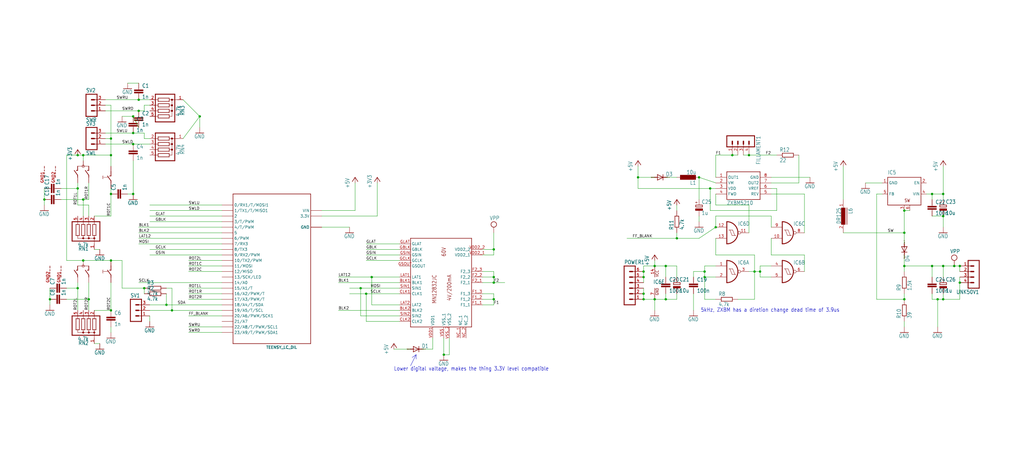
<source format=kicad_sch>
(kicad_sch (version 20230121) (generator eeschema)
  (paper "User" 468.833 210.007)
  (junction (at 38.1 71.12))
  (junction (at 40.64 137.16))
  (junction (at 335.28 71.12))
  (junction (at 431.8 88.9))
  (junction (at 20.32 91.44))
  (junction (at 327.66 104.14))
  (junction (at 320.04 81.28))
  (junction (at 322.58 124.46))
  (junction (at 426.72 88.9))
  (junction (at 38.1 119.38))
  (junction (at 304.8 137.16))
  (junction (at 342.9 71.12))
  (junction (at 299.72 137.16))
  (junction (at 439.42 129.54))
  (junction (at 294.64 134.62))
  (junction (at 78.74 142.24))
  (junction (at 414.02 137.16))
  (junction (at 50.8 119.38))
  (junction (at 309.88 109.22))
  (junction (at 322.58 127))
  (junction (at 35.56 132.08))
  (junction (at 60.96 53.34))
  (junction (at 60.96 66.04))
  (junction (at 414.02 96.52))
  (junction (at 226.06 127))
  (junction (at 325.12 86.36))
  (junction (at 50.8 63.5))
  (junction (at 226.06 114.3))
  (junction (at 347.98 124.46))
  (junction (at 22.86 137.16))
  (junction (at 299.72 121.92))
  (junction (at 170.18 127))
  (junction (at 35.56 71.12))
  (junction (at 63.5 45.72))
  (junction (at 426.72 121.92))
  (junction (at 292.1 81.28))
  (junction (at 414.02 106.68))
  (junction (at 50.8 142.24))
  (junction (at 165.1 132.08))
  (junction (at 76.2 139.7))
  (junction (at 50.8 88.9))
  (junction (at 91.44 53.34))
  (junction (at 429.26 137.16))
  (junction (at 60.96 60.96))
  (junction (at 38.1 91.44))
  (junction (at 226.06 137.16))
  (junction (at 304.8 121.92))
  (junction (at 226.06 129.54))
  (junction (at 35.56 86.36))
  (junction (at 294.64 137.16))
  (junction (at 66.04 132.08))
  (junction (at 167.64 134.62))
  (junction (at 439.42 121.92))
  (junction (at 60.96 88.9))
  (junction (at 431.8 121.92))
  (junction (at 436.88 121.92))
  (junction (at 50.8 71.12))
  (junction (at 345.44 124.46))
  (junction (at 294.64 127))
  (junction (at 294.64 124.46))
  (junction (at 203.2 162.56))
  (junction (at 431.8 137.16))
  (junction (at 431.8 99.06))
  (junction (at 414.02 121.92))
  (junction (at 63.5 50.8))
  (wire (pts (xy 226.06 114.3) (xy 226.06 116.84)) (stroke (width 0.1524)))
  (wire (pts (xy 78.74 132.08) (xy 78.74 142.24)) (stroke (width 0.1524)))
  (wire (pts (xy 30.48 71.12) (xy 30.48 119.38)) (stroke (width 0.1524)))
  (wire (pts (xy 101.6 121.92) (xy 86.36 121.92)) (stroke (width 0.1524)))
  (wire (pts (xy 436.88 121.92) (xy 439.42 121.92)) (stroke (width 0.1524)))
  (wire (pts (xy 205.74 162.56) (xy 205.74 154.94)) (stroke (width 0.1524)))
  (wire (pts (xy 101.6 134.62) (xy 86.36 134.62)) (stroke (width 0.1524)))
  (wire (pts (xy 431.8 127) (xy 431.8 121.92)) (stroke (width 0.1524)))
  (wire (pts (xy 327.66 116.84) (xy 327.66 109.22)) (stroke (width 0.1524)))
  (wire (pts (xy 40.64 137.16) (xy 40.64 142.24)) (stroke (width 0.1524)))
  (wire (pts (xy 226.06 127) (xy 220.98 127)) (stroke (width 0.1524)))
  (wire (pts (xy 66.04 134.62) (xy 66.04 132.08)) (stroke (width 0.1524)))
  (wire (pts (xy 198.12 160.02) (xy 198.12 154.94)) (stroke (width 0.1524)))
  (wire (pts (xy 424.18 88.9) (xy 426.72 88.9)) (stroke (width 0.1524)))
  (wire (pts (xy 101.6 101.6) (xy 68.58 101.6)) (stroke (width 0.1524)))
  (wire (pts (xy 429.26 149.86) (xy 429.26 137.16)) (stroke (width 0.1524)))
  (wire (pts (xy 292.1 76.2) (xy 292.1 81.28)) (stroke (width 0.1524)))
  (wire (pts (xy 170.18 139.7) (xy 182.88 139.7)) (stroke (width 0.1524)))
  (wire (pts (xy 353.06 127) (xy 347.98 127)) (stroke (width 0.1524)))
  (wire (pts (xy 35.56 129.54) (xy 35.56 132.08)) (stroke (width 0.1524)))
  (wire (pts (xy 386.08 106.68) (xy 414.02 106.68)) (stroke (width 0.1524)))
  (wire (pts (xy 439.42 137.16) (xy 431.8 137.16)) (stroke (width 0.1524)))
  (wire (pts (xy 38.1 71.12) (xy 50.8 71.12)) (stroke (width 0.1524)))
  (wire (pts (xy 66.04 50.8) (xy 66.04 48.26)) (stroke (width 0.1524)))
  (wire (pts (xy 320.04 101.6) (xy 320.04 99.06)) (stroke (width 0.1524)))
  (wire (pts (xy 325.12 86.36) (xy 327.66 86.36)) (stroke (width 0.1524)))
  (wire (pts (xy 322.58 127) (xy 322.58 124.46)) (stroke (width 0.1524)))
  (wire (pts (xy 27.94 86.36) (xy 35.56 86.36)) (stroke (width 0.1524)))
  (wire (pts (xy 50.8 63.5) (xy 50.8 48.26)) (stroke (width 0.1524)))
  (wire (pts (xy 292.1 81.28) (xy 292.1 86.36)) (stroke (width 0.1524)))
  (wire (pts (xy 226.06 129.54) (xy 220.98 129.54)) (stroke (width 0.1524)))
  (wire (pts (xy 355.6 96.52) (xy 325.12 96.52)) (stroke (width 0.1524)))
  (wire (pts (xy 50.8 129.54) (xy 50.8 142.24)) (stroke (width 0.1524)))
  (wire (pts (xy 66.04 63.5) (xy 68.58 63.5)) (stroke (width 0.1524)))
  (wire (pts (xy 101.6 152.4) (xy 86.36 152.4)) (stroke (width 0.1524)))
  (wire (pts (xy 60.96 66.04) (xy 68.58 66.04)) (stroke (width 0.1524)))
  (wire (pts (xy 35.56 132.08) (xy 35.56 142.24)) (stroke (width 0.1524)))
  (wire (pts (xy 30.48 137.16) (xy 40.64 137.16)) (stroke (width 0.1524)))
  (wire (pts (xy 309.88 127) (xy 309.88 121.92)) (stroke (width 0.1524)))
  (wire (pts (xy 170.18 127) (xy 170.18 139.7)) (stroke (width 0.1524)))
  (wire (pts (xy 414.02 121.92) (xy 414.02 124.46)) (stroke (width 0.1524)))
  (wire (pts (xy 40.64 93.98) (xy 40.64 99.06)) (stroke (width 0.1524)))
  (wire (pts (xy 101.6 137.16) (xy 86.36 137.16)) (stroke (width 0.1524)))
  (wire (pts (xy 431.8 99.06) (xy 426.72 99.06)) (stroke (width 0.1524)))
  (wire (pts (xy 50.8 119.38) (xy 55.88 119.38)) (stroke (width 0.1524)))
  (wire (pts (xy 431.8 104.14) (xy 431.8 99.06)) (stroke (width 0.1524)))
  (wire (pts (xy 327.66 88.9) (xy 327.66 93.98)) (stroke (width 0.1524)))
  (wire (pts (xy 55.88 132.08) (xy 66.04 132.08)) (stroke (width 0.1524)))
  (wire (pts (xy 220.98 134.62) (xy 226.06 134.62)) (stroke (width 0.1524)))
  (wire (pts (xy 38.1 73.66) (xy 38.1 71.12)) (stroke (width 0.1524)))
  (wire (pts (xy 50.8 71.12) (xy 50.8 63.5)) (stroke (width 0.1524)))
  (wire (pts (xy 294.64 137.16) (xy 299.72 137.16)) (stroke (width 0.1524)))
  (wire (pts (xy 101.6 144.78) (xy 86.36 144.78)) (stroke (width 0.1524)))
  (wire (pts (xy 182.88 129.54) (xy 154.94 129.54)) (stroke (width 0.1524)))
  (wire (pts (xy 20.32 91.44) (xy 20.32 93.98)) (stroke (width 0.1524)))
  (wire (pts (xy 353.06 104.14) (xy 353.06 99.06)) (stroke (width 0.1524)))
  (wire (pts (xy 50.8 99.06) (xy 43.18 99.06)) (stroke (width 0.1524)))
  (wire (pts (xy 76.2 134.62) (xy 76.2 139.7)) (stroke (width 0.1524)))
  (wire (pts (xy 342.9 124.46) (xy 345.44 124.46)) (stroke (width 0.1524)))
  (wire (pts (xy 198.12 160.02) (xy 193.04 160.02)) (stroke (width 0.1524)))
  (wire (pts (xy 426.72 127) (xy 426.72 121.92)) (stroke (width 0.1524)))
  (polyline (pts (xy 187.96 167.64) (xy 190.5 162.56)) (stroke (width 0.1524) (type solid)))
  (wire (pts (xy 101.6 96.52) (xy 68.58 96.52)) (stroke (width 0.1524)))
  (wire (pts (xy 317.5 127) (xy 317.5 124.46)) (stroke (width 0.1524)))
  (wire (pts (xy 60.96 73.66) (xy 60.96 88.9)) (stroke (width 0.1524)))
  (wire (pts (xy 327.66 116.84) (xy 345.44 116.84)) (stroke (width 0.1524)))
  (wire (pts (xy 294.64 134.62) (xy 294.64 137.16)) (stroke (width 0.1524)))
  (wire (pts (xy 299.72 137.16) (xy 304.8 137.16)) (stroke (width 0.1524)))
  (wire (pts (xy 231.14 129.54) (xy 226.06 129.54)) (stroke (width 0.1524)))
  (wire (pts (xy 353.06 99.06) (xy 327.66 99.06)) (stroke (width 0.1524)))
  (wire (pts (xy 66.04 60.96) (xy 66.04 63.5)) (stroke (width 0.1524)))
  (wire (pts (xy 294.64 121.92) (xy 299.72 121.92)) (stroke (width 0.1524)))
  (wire (pts (xy 317.5 124.46) (xy 322.58 124.46)) (stroke (width 0.1524)))
  (wire (pts (xy 429.26 137.16) (xy 431.8 137.16)) (stroke (width 0.1524)))
  (wire (pts (xy 35.56 71.12) (xy 30.48 71.12)) (stroke (width 0.1524)))
  (wire (pts (xy 68.58 147.32) (xy 68.58 144.78)) (stroke (width 0.1524)))
  (wire (pts (xy 327.66 71.12) (xy 335.28 71.12)) (stroke (width 0.1524)))
  (wire (pts (xy 431.8 121.92) (xy 436.88 121.92)) (stroke (width 0.1524)))
  (wire (pts (xy 78.74 142.24) (xy 101.6 142.24)) (stroke (width 0.1524)))
  (wire (pts (xy 167.64 147.32) (xy 182.88 147.32)) (stroke (width 0.1524)))
  (wire (pts (xy 426.72 91.44) (xy 426.72 88.9)) (stroke (width 0.1524)))
  (wire (pts (xy 182.88 114.3) (xy 167.64 114.3)) (stroke (width 0.1524)))
  (wire (pts (xy 50.8 142.24) (xy 43.18 142.24)) (stroke (width 0.1524)))
  (wire (pts (xy 327.66 121.92) (xy 322.58 121.92)) (stroke (width 0.1524)))
  (wire (pts (xy 226.06 114.3) (xy 220.98 114.3)) (stroke (width 0.1524)))
  (wire (pts (xy 347.98 121.92) (xy 347.98 124.46)) (stroke (width 0.1524)))
  (wire (pts (xy 294.64 127) (xy 294.64 124.46)) (stroke (width 0.1524)))
  (wire (pts (xy 327.66 104.14) (xy 320.04 109.22)) (stroke (width 0.1524)))
  (wire (pts (xy 101.6 106.68) (xy 63.5 106.68)) (stroke (width 0.1524)))
  (wire (pts (xy 431.8 137.16) (xy 431.8 134.62)) (stroke (width 0.1524)))
  (wire (pts (xy 45.72 157.48) (xy 43.18 157.48)) (stroke (width 0.1524)))
  (wire (pts (xy 60.96 60.96) (xy 66.04 60.96)) (stroke (width 0.1524)))
  (wire (pts (xy 294.64 132.08) (xy 294.64 134.62)) (stroke (width 0.1524)))
  (wire (pts (xy 182.88 132.08) (xy 165.1 132.08)) (stroke (width 0.1524)))
  (wire (pts (xy 167.64 134.62) (xy 160.02 134.62)) (stroke (width 0.1524)))
  (wire (pts (xy 27.94 91.44) (xy 38.1 91.44)) (stroke (width 0.1524)))
  (wire (pts (xy 48.26 60.96) (xy 60.96 60.96)) (stroke (width 0.1524)))
  (wire (pts (xy 320.04 81.28) (xy 327.66 83.82)) (stroke (width 0.1524)))
  (wire (pts (xy 182.88 119.38) (xy 167.64 119.38)) (stroke (width 0.1524)))
  (wire (pts (xy 101.6 119.38) (xy 86.36 119.38)) (stroke (width 0.1524)))
  (wire (pts (xy 101.6 129.54) (xy 63.5 129.54)) (stroke (width 0.1524)))
  (wire (pts (xy 345.44 116.84) (xy 345.44 124.46)) (stroke (width 0.1524)))
  (wire (pts (xy 368.3 106.68) (xy 368.3 88.9)) (stroke (width 0.1524)))
  (polyline (pts (xy 190.5 164.592) (xy 190.5 162.56)) (stroke (width 0.1524) (type solid)))
  (wire (pts (xy 396.24 83.82) (xy 403.86 83.82)) (stroke (width 0.1524)))
  (wire (pts (xy 320.04 91.44) (xy 320.04 81.28)) (stroke (width 0.1524)))
  (wire (pts (xy 353.06 86.36) (xy 355.6 86.36)) (stroke (width 0.1524)))
  (wire (pts (xy 30.48 119.38) (xy 38.1 119.38)) (stroke (width 0.1524)))
  (wire (pts (xy 203.2 162.56) (xy 205.74 162.56)) (stroke (width 0.1524)))
  (wire (pts (xy 50.8 48.26) (xy 48.26 48.26)) (stroke (width 0.1524)))
  (wire (pts (xy 317.5 142.24) (xy 317.5 134.62)) (stroke (width 0.1524)))
  (wire (pts (xy 414.02 137.16) (xy 401.32 137.16)) (stroke (width 0.1524)))
  (wire (pts (xy 83.82 45.72) (xy 91.44 53.34)) (stroke (width 0.1524)))
  (wire (pts (xy 162.56 96.52) (xy 162.56 83.82)) (stroke (width 0.1524)))
  (wire (pts (xy 327.66 99.06) (xy 327.66 104.14)) (stroke (width 0.1524)))
  (wire (pts (xy 340.36 71.12) (xy 342.9 71.12)) (stroke (width 0.1524)))
  (wire (pts (xy 309.88 121.92) (xy 304.8 121.92)) (stroke (width 0.1524)))
  (wire (pts (xy 386.08 76.2) (xy 386.08 91.44)) (stroke (width 0.1524)))
  (wire (pts (xy 182.88 134.62) (xy 167.64 134.62)) (stroke (width 0.1524)))
  (wire (pts (xy 66.04 48.26) (xy 68.58 48.26)) (stroke (width 0.1524)))
  (wire (pts (xy 38.1 119.38) (xy 50.8 119.38)) (stroke (width 0.1524)))
  (wire (pts (xy 353.06 81.28) (xy 370.84 81.28)) (stroke (width 0.1524)))
  (wire (pts (xy 414.02 116.84) (xy 414.02 121.92)) (stroke (width 0.1524)))
  (wire (pts (xy 172.72 99.06) (xy 172.72 83.82)) (stroke (width 0.1524)))
  (wire (pts (xy 368.3 88.9) (xy 353.06 88.9)) (stroke (width 0.1524)))
  (wire (pts (xy 101.6 109.22) (xy 63.5 109.22)) (stroke (width 0.1524)))
  (wire (pts (xy 20.32 91.44) (xy 20.32 86.36)) (stroke (width 0.1524)))
  (wire (pts (xy 414.02 106.68) (xy 414.02 96.52)) (stroke (width 0.1524)))
  (wire (pts (xy 327.66 137.16) (xy 322.58 137.16)) (stroke (width 0.1524)))
  (wire (pts (xy 401.32 137.16) (xy 401.32 88.9)) (stroke (width 0.1524)))
  (wire (pts (xy 167.64 134.62) (xy 167.64 147.32)) (stroke (width 0.1524)))
  (wire (pts (xy 101.6 111.76) (xy 63.5 111.76)) (stroke (width 0.1524)))
  (wire (pts (xy 147.32 99.06) (xy 172.72 99.06)) (stroke (width 0.1524)))
  (wire (pts (xy 414.02 121.92) (xy 426.72 121.92)) (stroke (width 0.1524)))
  (wire (pts (xy 165.1 132.08) (xy 165.1 144.78)) (stroke (width 0.1524)))
  (wire (pts (xy 101.6 99.06) (xy 68.58 99.06)) (stroke (width 0.1524)))
  (wire (pts (xy 304.8 81.28) (xy 309.88 81.28)) (stroke (width 0.1524)))
  (wire (pts (xy 365.76 71.12) (xy 365.76 83.82)) (stroke (width 0.1524)))
  (wire (pts (xy 40.64 83.82) (xy 40.64 91.44)) (stroke (width 0.1524)))
  (wire (pts (xy 68.58 142.24) (xy 78.74 142.24)) (stroke (width 0.1524)))
  (wire (pts (xy 299.72 81.28) (xy 292.1 81.28)) (stroke (width 0.1524)))
  (wire (pts (xy 431.8 88.9) (xy 431.8 76.2)) (stroke (width 0.1524)))
  (wire (pts (xy 325.12 96.52) (xy 325.12 86.36)) (stroke (width 0.1524)))
  (wire (pts (xy 101.6 93.98) (xy 68.58 93.98)) (stroke (width 0.1524)))
  (wire (pts (xy 55.88 119.38) (xy 55.88 132.08)) (stroke (width 0.1524)))
  (wire (pts (xy 294.64 124.46) (xy 294.64 121.92)) (stroke (width 0.1524)))
  (wire (pts (xy 91.44 53.34) (xy 91.44 58.42)) (stroke (width 0.1524)))
  (wire (pts (xy 22.86 137.16) (xy 22.86 132.08)) (stroke (width 0.1524)))
  (wire (pts (xy 45.72 114.3) (xy 43.18 114.3)) (stroke (width 0.1524)))
  (wire (pts (xy 55.88 53.34) (xy 60.96 53.34)) (stroke (width 0.1524)))
  (wire (pts (xy 309.88 106.68) (xy 309.88 109.22)) (stroke (width 0.1524)))
  (wire (pts (xy 327.66 93.98) (xy 342.9 93.98)) (stroke (width 0.1524)))
  (wire (pts (xy 35.56 93.98) (xy 40.64 93.98)) (stroke (width 0.1524)))
  (wire (pts (xy 182.88 142.24) (xy 154.94 142.24)) (stroke (width 0.1524)))
  (wire (pts (xy 309.88 96.52) (xy 309.88 93.98)) (stroke (width 0.1524)))
  (wire (pts (xy 327.66 81.28) (xy 327.66 71.12)) (stroke (width 0.1524)))
  (wire (pts (xy 401.32 88.9) (xy 403.86 88.9)) (stroke (width 0.1524)))
  (wire (pts (xy 40.64 91.44) (xy 38.1 91.44)) (stroke (width 0.1524)))
  (wire (pts (xy 182.88 116.84) (xy 167.64 116.84)) (stroke (width 0.1524)))
  (wire (pts (xy 226.06 137.16) (xy 226.06 139.7)) (stroke (width 0.1524)))
  (wire (pts (xy 226.06 116.84) (xy 220.98 116.84)) (stroke (width 0.1524)))
  (wire (pts (xy 299.72 142.24) (xy 299.72 137.16)) (stroke (width 0.1524)))
  (wire (pts (xy 220.98 124.46) (xy 226.06 124.46)) (stroke (width 0.1524)))
  (wire (pts (xy 426.72 88.9) (xy 431.8 88.9)) (stroke (width 0.1524)))
  (wire (pts (xy 347.98 127) (xy 347.98 124.46)) (stroke (width 0.1524)))
  (wire (pts (xy 345.44 137.16) (xy 337.82 137.16)) (stroke (width 0.1524)))
  (wire (pts (xy 414.02 96.52) (xy 416.56 96.52)) (stroke (width 0.1524)))
  (wire (pts (xy 50.8 86.36) (xy 50.8 88.9)) (stroke (width 0.1524)))
  (wire (pts (xy 22.86 139.7) (xy 22.86 137.16)) (stroke (width 0.1524)))
  (wire (pts (xy 58.42 88.9) (xy 60.96 88.9)) (stroke (width 0.1524)))
  (wire (pts (xy 63.5 58.42) (xy 60.96 53.34)) (stroke (width 0.1524)))
  (wire (pts (xy 226.06 139.7) (xy 220.98 139.7)) (stroke (width 0.1524)))
  (wire (pts (xy 431.8 91.44) (xy 431.8 88.9)) (stroke (width 0.1524)))
  (wire (pts (xy 170.18 127) (xy 154.94 127)) (stroke (width 0.1524)))
  (wire (pts (xy 48.26 45.72) (xy 63.5 45.72)) (stroke (width 0.1524)))
  (wire (pts (xy 50.8 88.9) (xy 50.8 99.06)) (stroke (width 0.1524)))
  (wire (pts (xy 365.76 83.82) (xy 353.06 83.82)) (stroke (width 0.1524)))
  (wire (pts (xy 182.88 111.76) (xy 167.64 111.76)) (stroke (width 0.1524)))
  (wire (pts (xy 101.6 132.08) (xy 86.36 132.08)) (stroke (width 0.1524)))
  (wire (pts (xy 35.56 86.36) (xy 35.56 93.98)) (stroke (width 0.1524)))
  (wire (pts (xy 320.04 109.22) (xy 309.88 109.22)) (stroke (width 0.1524)))
  (wire (pts (xy 226.06 137.16) (xy 220.98 137.16)) (stroke (width 0.1524)))
  (wire (pts (xy 165.1 132.08) (xy 160.02 132.08)) (stroke (width 0.1524)))
  (wire (pts (xy 414.02 149.86) (xy 414.02 147.32)) (stroke (width 0.1524)))
  (wire (pts (xy 414.02 111.76) (xy 414.02 106.68)) (stroke (width 0.1524)))
  (wire (pts (xy 50.8 63.5) (xy 48.26 63.5)) (stroke (width 0.1524)))
  (wire (pts (xy 309.88 109.22) (xy 287.02 109.22)) (stroke (width 0.1524)))
  (wire (pts (xy 353.06 121.92) (xy 347.98 121.92)) (stroke (width 0.1524)))
  (wire (pts (xy 439.42 129.54) (xy 439.42 137.16)) (stroke (width 0.1524)))
  (wire (pts (xy 299.72 121.92) (xy 299.72 119.38)) (stroke (width 0.1524)))
  (wire (pts (xy 342.9 93.98) (xy 342.9 106.68)) (stroke (width 0.1524)))
  (wire (pts (xy 83.82 63.5) (xy 91.44 53.34)) (stroke (width 0.1524)))
  (wire (pts (xy 355.6 86.36) (xy 355.6 96.52)) (stroke (width 0.1524)))
  (wire (pts (xy 63.5 50.8) (xy 66.04 50.8)) (stroke (width 0.1524)))
  (wire (pts (xy 345.44 124.46) (xy 345.44 137.16)) (stroke (width 0.1524)))
  (wire (pts (xy 165.1 144.78) (xy 182.88 144.78)) (stroke (width 0.1524)))
  (wire (pts (xy 101.6 124.46) (xy 86.36 124.46)) (stroke (width 0.1524)))
  (wire (pts (xy 226.06 134.62) (xy 226.06 137.16)) (stroke (width 0.1524)))
  (wire (pts (xy 35.56 71.12) (xy 38.1 71.12)) (stroke (width 0.1524)))
  (wire (pts (xy 35.56 83.82) (xy 35.56 86.36)) (stroke (width 0.1524)))
  (wire (pts (xy 48.26 66.04) (xy 60.96 66.04)) (stroke (width 0.1524)))
  (wire (pts (xy 50.8 71.12) (xy 50.8 76.2)) (stroke (width 0.1524)))
  (wire (pts (xy 226.06 127) (xy 226.06 129.54)) (stroke (width 0.1524)))
  (wire (pts (xy 48.26 50.8) (xy 63.5 50.8)) (stroke (width 0.1524)))
  (wire (pts (xy 226.06 124.46) (xy 226.06 127)) (stroke (width 0.1524)))
  (wire (pts (xy 63.5 38.1) (xy 58.42 38.1)) (stroke (width 0.1524)))
  (wire (pts (xy 101.6 104.14) (xy 63.5 104.14)) (stroke (width 0.1524)))
  (wire (pts (xy 203.2 162.56) (xy 203.2 154.94)) (stroke (width 0.1524)))
  (wire (pts (xy 439.42 127) (xy 439.42 129.54)) (stroke (width 0.1524)))
  (wire (pts (xy 101.6 114.3) (xy 68.58 114.3)) (stroke (width 0.1524)))
  (wire (pts (xy 147.32 96.52) (xy 162.56 96.52)) (stroke (width 0.1524)))
  (wire (pts (xy 304.8 137.16) (xy 309.88 137.16)) (stroke (width 0.1524)))
  (wire (pts (xy 304.8 127) (xy 304.8 121.92)) (stroke (width 0.1524)))
  (wire (pts (xy 304.8 121.92) (xy 299.72 121.92)) (stroke (width 0.1524)))
  (wire (pts (xy 322.58 121.92) (xy 322.58 124.46)) (stroke (width 0.1524)))
  (wire (pts (xy 76.2 132.08) (xy 78.74 132.08)) (stroke (width 0.1524)))
  (wire (pts (xy 63.5 45.72) (xy 68.58 45.72)) (stroke (width 0.1524)))
  (wire (pts (xy 414.02 137.16) (xy 414.02 134.62)) (stroke (width 0.1524)))
  (wire (pts (xy 292.1 86.36) (xy 325.12 86.36)) (stroke (width 0.1524)))
  (wire (pts (xy 342.9 71.12) (xy 355.6 71.12)) (stroke (width 0.1524)))
  (wire (pts (xy 68.58 139.7) (xy 76.2 139.7)) (stroke (width 0.1524)))
  (wire (pts (xy 38.1 91.44) (xy 38.1 99.06)) (stroke (width 0.1524)))
  (wire (pts (xy 187.96 160.02) (xy 180.34 160.02)) (stroke (width 0.1524)))
  (wire (pts (xy 439.42 121.92) (xy 439.42 124.46)) (stroke (width 0.1524)))
  (wire (pts (xy 368.3 116.84) (xy 368.3 124.46)) (stroke (width 0.1524)))
  (wire (pts (xy 327.66 127) (xy 322.58 127)) (stroke (width 0.1524)))
  (wire (pts (xy 353.06 109.22) (xy 353.06 116.84)) (stroke (width 0.1524)))
  (wire (pts (xy 101.6 116.84) (xy 68.58 116.84)) (stroke (width 0.1524)))
  (wire (pts (xy 76.2 139.7) (xy 101.6 139.7)) (stroke (width 0.1524)))
  (wire (pts (xy 40.64 129.54) (xy 40.64 137.16)) (stroke (width 0.1524)))
  (wire (pts (xy 294.64 129.54) (xy 294.64 127)) (stroke (width 0.1524)))
  (wire (pts (xy 50.8 149.86) (xy 50.8 152.4)) (stroke (width 0.1524)))
  (wire (pts (xy 322.58 137.16) (xy 322.58 127)) (stroke (width 0.1524)))
  (wire (pts (xy 304.8 137.16) (xy 304.8 134.62)) (stroke (width 0.1524)))
  (wire (pts (xy 426.72 121.92) (xy 431.8 121.92)) (stroke (width 0.1524)))
  (wire (pts (xy 182.88 127) (xy 170.18 127)) (stroke (width 0.1524)))
  (polyline (pts (xy 190.5 162.56) (xy 188.722 163.83)) (stroke (width 0.1524) (type solid)))
  (wire (pts (xy 101.6 149.86) (xy 86.36 149.86)) (stroke (width 0.1524)))
  (wire (pts (xy 353.06 116.84) (xy 368.3 116.84)) (stroke (width 0.1524)))
  (wire (pts (xy 30.48 132.08) (xy 35.56 132.08)) (stroke (width 0.1524)))
  (wire (pts (xy 335.28 71.12) (xy 337.82 71.12)) (stroke (width 0.1524)))
  (wire (pts (xy 426.72 137.16) (xy 429.26 137.16)) (stroke (width 0.1524)))
  (wire (pts (xy 426.72 134.62) (xy 426.72 137.16)) (stroke (width 0.1524)))
  (wire (pts (xy 226.06 106.68) (xy 226.06 114.3)) (stroke (width 0.1524)))
  (wire (pts (xy 160.02 104.14) (xy 147.32 104.14)) (stroke (width 0.1524)))
  (wire (pts (xy 347.98 124.46) (xy 345.44 124.46)) (stroke (width 0.1524)))
  (wire (pts (xy 309.88 137.16) (xy 309.88 134.62)) (stroke (width 0.1524)))
  (text "5kHz, ZXBM has a diretion change dead time of 3.9us ~{}" (at 320.802 143.256 0) (effects (font (size 1.778 1.5113)) (justify left bottom)))
  (text "Lower digital valtage, makes the thing 3.3V level compatible" (at 180.34 170.18 0) (effects (font (size 1.778 1.5113)) (justify left bottom)))
  (label "GSIN" (at 167.64 116.84 0) (effects (font (size 1.2446 1.2446))))
  (label "LAT12" (at 63.5 109.22 0) (effects (font (size 1.2446 1.2446))))
  (label "SWLU" (at 53.34 60.96 0) (effects (font (size 1.2446 1.2446))))
  (label "SCLK" (at 63.5 129.54 0) (effects (font (size 1.2446 1.2446))))
  (label "ROT1C" (at 86.36 121.92 0) (effects (font (size 1.2446 1.2446))))
  (label "FF_BLANK" (at 289.56 109.22 0) (effects (font (size 1.2446 1.2446))))
  (label "F2" (at 226.06 129.54 0) (effects (font (size 1.2446 1.2446))))
  (label "ROT2C" (at 86.36 124.46 0) (effects (font (size 1.2446 1.2446))))
  (label "BLK2" (at 63.5 106.68 0) (effects (font (size 1.2446 1.2446))))
  (label "ROT2C" (at 50.8 142.24 90) (effects (font (size 1.2446 1.2446))))
  (label "ROT2L" (at 35.56 142.24 90) (effects (font (size 1.2446 1.2446))))
  (label "ROT1L" (at 86.36 132.08 0) (effects (font (size 1.2446 1.2446))))
  (label "GLAT" (at 167.64 111.76 0) (effects (font (size 1.2446 1.2446))))
  (label "ROT2R" (at 86.36 137.16 0) (effects (font (size 1.2446 1.2446))))
  (label "ROT1R" (at 86.36 134.62 0) (effects (font (size 1.2446 1.2446))))
  (label "ROT1L" (at 35.56 93.98 90) (effects (font (size 1.2446 1.2446))))
  (label "F2" (at 350.52 71.12 0) (effects (font (size 1.2446 1.2446))))
  (label "LAT12" (at 154.94 127 0) (effects (font (size 1.2446 1.2446))))
  (label "FF_BLANK" (at 86.36 144.78 0) (effects (font (size 1.2446 1.2446))))
  (label "ROT2R" (at 40.64 142.24 90) (effects (font (size 1.2446 1.2446))))
  (label "BLK2" (at 154.94 142.24 0) (effects (font (size 1.2446 1.2446))))
  (label "SWLD" (at 55.88 66.04 0) (effects (font (size 1.2446 1.2446))))
  (label "GBLK" (at 167.64 114.3 0) (effects (font (size 1.2446 1.2446))))
  (label "F1" (at 327.66 71.12 0) (effects (font (size 1.2446 1.2446))))
  (label "GCLK" (at 71.12 114.3 0) (effects (font (size 1.2446 1.2446))))
  (label "GLAT" (at 71.12 99.06 0) (effects (font (size 1.2446 1.2446))))
  (label "BLK1" (at 154.94 129.54 0) (effects (font (size 1.2446 1.2446))))
  (label "ROT1R" (at 40.64 91.44 90) (effects (font (size 1.2446 1.2446))))
  (label "ROT2L" (at 86.36 119.38 0) (effects (font (size 1.2446 1.2446))))
  (label "MOSI" (at 169.545 132.08 0) (effects (font (size 1.2446 1.2446))))
  (label "SWRD" (at 55.88 50.8 0) (effects (font (size 1.2446 1.2446))))
  (label "GSIN" (at 71.12 116.84 0) (effects (font (size 1.2446 1.2446))))
  (label "ROT1C" (at 50.8 99.06 90) (effects (font (size 1.2446 1.2446))))
  (label "SWLU" (at 86.36 93.98 0) (effects (font (size 1.2446 1.2446))))
  (label "BLK1" (at 63.5 104.14 0) (effects (font (size 1.2446 1.2446))))
  (label "SWRU" (at 53.34 45.72 0) (effects (font (size 1.2446 1.2446))))
  (label "MOSI" (at 63.5 111.76 0) (effects (font (size 1.2446 1.2446))))
  (label "GCLK" (at 167.64 119.38 0) (effects (font (size 1.2446 1.2446))))
  (label "GBLK" (at 71.12 101.6 0) (effects (font (size 1.2446 1.2446))))
  (label "SWLD" (at 86.36 96.52 0) (effects (font (size 1.2446 1.2446))))
  (label "F1" (at 226.06 139.7 0) (effects (font (size 1.2446 1.2446))))
  (label "SW" (at 406.4 106.68 0) (effects (font (size 1.2446 1.2446))))
  (label "SCLK" (at 169.545 134.62 0) (effects (font (size 1.2446 1.2446))))
  (label "SWRD" (at 86.36 152.4 0) (effects (font (size 1.2446 1.2446))))
  (label "SDA" (at 81.28 139.7 0) (effects (font (size 1.2446 1.2446))))
  (label "SWRU" (at 86.36 149.86 0) (effects (font (size 1.2446 1.2446))))
  (symbol (lib_id "MN12832JC-TeensyLC-eagle-import:+3V3") (at 172.72 81.28 0) (unit 1)
    (property "Reference" "#+3V01" (effects hide))
    (property "Value" "+3V3" (at 170.18 86.36 90) (effects (font (size 1.778 1.5113)) (justify left bottom)))
  )
  (symbol (lib_id "MN12832JC-TeensyLC-eagle-import:+5V") (at 431.8 73.66 0) (unit 1)
    (property "Reference" "#P+010" (effects hide))
    (property "Value" "+5V" (at 429.26 78.74 90) (effects (font (size 1.778 1.5113)) (justify left bottom)))
  )
  (symbol (lib_id "MN12832JC-TeensyLC-eagle-import:G04R") (at 73.66 66.04 270) (unit 1)
    (property "Reference" "RN4" (at 82.55 66.04 0) (effects (font (size 1.778 1.5113)) (justify left bottom)))
    (property "Value" "4.7k" (at 80.645 66.04 0) (effects (font (size 1.778 1.5113)) (justify left bottom)))
    (property "Footprint" "MN12832JC-TeensyLC:SIL5" (effects hide))
  )
  (symbol (lib_id "MN12832JC-TeensyLC-eagle-import:DIODE-SMB") (at 414.02 114.3 270) (unit 1)
    (property "Reference" "D4" (at 414.5026 116.84 0) (effects (font (size 1.778 1.5113)) (justify left bottom)))
    (property "Value" "DIODE-SMB" (effects hide))
    (property "Footprint" "MN12832JC-TeensyLC:SMB" (effects hide))
  )
  (symbol (lib_id "MN12832JC-TeensyLC-eagle-import:74132D") (at 360.68 124.46 0) (unit 2)
    (property "Reference" "IC6" (at 363.22 121.285 0) (effects (font (size 1.778 1.5113)) (justify left bottom)))
    (property "Value" "74132D" (effects hide))
    (property "Footprint" "MN12832JC-TeensyLC:SO14" (effects hide))
  )
  (symbol (lib_id "MN12832JC-TeensyLC-eagle-import:C-EUC1206") (at 63.5 40.64 0) (unit 1)
    (property "Reference" "C1" (at 65.024 40.259 0) (effects (font (size 1.778 1.5113)) (justify left bottom)))
    (property "Value" "1n" (at 65.024 45.339 0) (effects (font (size 1.778 1.5113)) (justify left bottom)))
    (property "Footprint" "MN12832JC-TeensyLC:C1206" (effects hide))
  )
  (symbol (lib_id "MN12832JC-TeensyLC-eagle-import:R-EU_R1206") (at 414.02 129.54 90) (unit 1)
    (property "Reference" "R9" (at 412.5214 133.35 0) (effects (font (size 1.778 1.5113)) (justify left bottom)))
    (property "Value" "1.5k" (at 417.322 133.35 0) (effects (font (size 1.778 1.5113)) (justify left bottom)))
    (property "Footprint" "MN12832JC-TeensyLC:R1206" (effects hide))
  )
  (symbol (lib_id "MN12832JC-TeensyLC-eagle-import:GND") (at 55.88 55.88 0) (unit 1)
    (property "Reference" "#GND011" (effects hide))
    (property "Value" "GND" (at 53.34 58.42 0) (effects (font (size 1.778 1.5113)) (justify left bottom)))
  )
  (symbol (lib_id "MN12832JC-TeensyLC-eagle-import:C-EUC1206") (at 25.4 137.16 90) (unit 1)
    (property "Reference" "C8" (at 25.019 135.636 0) (effects (font (size 1.778 1.5113)) (justify left bottom)))
    (property "Value" "1n" (at 30.099 135.636 0) (effects (font (size 1.778 1.5113)) (justify left bottom)))
    (property "Footprint" "MN12832JC-TeensyLC:C1206" (effects hide))
  )
  (symbol (lib_id "MN12832JC-TeensyLC-eagle-import:GND") (at 396.24 86.36 0) (unit 1)
    (property "Reference" "#GND026" (effects hide))
    (property "Value" "GND" (at 393.7 88.9 0) (effects (font (size 1.778 1.5113)) (justify left bottom)))
  )
  (symbol (lib_id "MN12832JC-TeensyLC-eagle-import:C-EUC1206") (at 22.86 86.36 90) (unit 1)
    (property "Reference" "C17" (at 22.479 84.836 0) (effects (font (size 1.778 1.5113)) (justify left bottom)))
    (property "Value" "1n" (at 27.559 84.836 0) (effects (font (size 1.778 1.5113)) (justify left bottom)))
    (property "Footprint" "MN12832JC-TeensyLC:C1206" (effects hide))
  )
  (symbol (lib_id "MN12832JC-TeensyLC-eagle-import:GND") (at 68.58 149.86 0) (unit 1)
    (property "Reference" "#GND06" (effects hide))
    (property "Value" "GND" (at 66.04 152.4 0) (effects (font (size 1.778 1.5113)) (justify left bottom)))
  )
  (symbol (lib_id "MN12832JC-TeensyLC-eagle-import:C-EUC1206") (at 60.96 55.88 0) (unit 1)
    (property "Reference" "C3" (at 62.484 55.499 0) (effects (font (size 1.778 1.5113)) (justify left bottom)))
    (property "Value" "1n" (at 62.484 60.579 0) (effects (font (size 1.778 1.5113)) (justify left bottom)))
    (property "Footprint" "MN12832JC-TeensyLC:C1206" (effects hide))
  )
  (symbol (lib_id "MN12832JC-TeensyLC-eagle-import:MA04-1") (at 340.36 63.5 270) (unit 1)
    (property "Reference" "FILLAMENT1" (at 346.202 62.23 0) (effects (font (size 1.778 1.5113)) (justify left bottom)))
    (property "Value" "MA04-1" (effects hide))
    (property "Footprint" "MN12832JC-TeensyLC:MA04-1" (effects hide))
  )
  (symbol (lib_id "MN12832JC-TeensyLC-eagle-import:CPOL-EU153CLV-0807") (at 309.88 129.54 0) (unit 1)
    (property "Reference" "C21" (at 311.023 129.0574 0) (effects (font (size 1.778 1.5113)) (justify left bottom)))
    (property "Value" "10u" (at 311.023 134.1374 0) (effects (font (size 1.778 1.5113)) (justify left bottom)))
    (property "Footprint" "MN12832JC-TeensyLC:153CLV-0807" (effects hide))
  )
  (symbol (lib_id "MN12832JC-TeensyLC-eagle-import:C-EUC1206") (at 426.72 129.54 0) (unit 1)
    (property "Reference" "C24" (at 428.244 129.159 0) (effects (font (size 1.778 1.5113)) (justify left bottom)))
    (property "Value" "100n" (at 428.244 134.239 0) (effects (font (size 1.778 1.5113)) (justify left bottom)))
    (property "Footprint" "MN12832JC-TeensyLC:C1206" (effects hide))
  )
  (symbol (lib_id "MN12832JC-TeensyLC-eagle-import:G04R") (at 40.64 147.32 180) (unit 1)
    (property "Reference" "RN2" (at 40.64 156.21 0) (effects (font (size 1.778 1.5113)) (justify left bottom)))
    (property "Value" "4.7k" (at 40.64 154.305 0) (effects (font (size 1.778 1.5113)) (justify left bottom)))
    (property "Footprint" "MN12832JC-TeensyLC:SIL5" (effects hide))
  )
  (symbol (lib_id "MN12832JC-TeensyLC-eagle-import:R-EU_R1206") (at 71.12 134.62 0) (unit 1)
    (property "Reference" "R2" (at 67.31 133.1214 0) (effects (font (size 1.778 1.5113)) (justify left bottom)))
    (property "Value" "4.7k" (at 67.31 137.922 0) (effects (font (size 1.778 1.5113)) (justify left bottom)))
    (property "Footprint" "MN12832JC-TeensyLC:R1206" (effects hide))
  )
  (symbol (lib_id "MN12832JC-TeensyLC-eagle-import:GND") (at 160.02 106.68 0) (unit 1)
    (property "Reference" "#GND01" (effects hide))
    (property "Value" "GND" (at 157.48 109.22 0) (effects (font (size 1.778 1.5113)) (justify left bottom)))
  )
  (symbol (lib_id "MN12832JC-TeensyLC-eagle-import:R-EU_R1206") (at 309.88 101.6 90) (unit 1)
    (property "Reference" "R11" (at 308.3814 105.41 0) (effects (font (size 1.778 1.5113)) (justify left bottom)))
    (property "Value" "4.7k" (at 313.182 105.41 0) (effects (font (size 1.778 1.5113)) (justify left bottom)))
    (property "Footprint" "MN12832JC-TeensyLC:R1206" (effects hide))
  )
  (symbol (lib_id "MN12832JC-TeensyLC-eagle-import:EC12E_SW") (at 38.1 121.92 180) (unit 1)
    (property "Reference" "SW4" (effects hide))
    (property "Value" "EC12E_SW" (effects hide))
    (property "Footprint" "MN12832JC-TeensyLC:ALPS_EC12E_SW" (effects hide))
  )
  (symbol (lib_id "MN12832JC-TeensyLC-eagle-import:R-EU_0411/15") (at 360.68 71.12 0) (unit 1)
    (property "Reference" "R12" (at 356.87 69.6214 0) (effects (font (size 1.778 1.5113)) (justify left bottom)))
    (property "Value" "22" (at 356.87 74.422 0) (effects (font (size 1.778 1.5113)) (justify left bottom)))
    (property "Footprint" "MN12832JC-TeensyLC:0411_15" (effects hide))
  )
  (symbol (lib_id "MN12832JC-TeensyLC-eagle-import:+5V") (at 386.08 73.66 0) (unit 1)
    (property "Reference" "#P+011" (effects hide))
    (property "Value" "+5V" (at 383.54 78.74 90) (effects (font (size 1.778 1.5113)) (justify left bottom)))
  )
  (symbol (lib_id "MN12832JC-TeensyLC-eagle-import:GND") (at 317.5 144.78 0) (unit 1)
    (property "Reference" "#GND021" (effects hide))
    (property "Value" "GND" (at 314.96 147.32 0) (effects (font (size 1.778 1.5113)) (justify left bottom)))
  )
  (symbol (lib_id "MN12832JC-TeensyLC-eagle-import:+5V") (at 292.1 73.66 0) (unit 1)
    (property "Reference" "#P+08" (effects hide))
    (property "Value" "+5V" (at 289.56 78.74 90) (effects (font (size 1.778 1.5113)) (justify left bottom)))
  )
  (symbol (lib_id "MN12832JC-TeensyLC-eagle-import:74132D") (at 335.28 124.46 0) (unit 1)
    (property "Reference" "IC6" (at 337.82 121.285 0) (effects (font (size 1.778 1.5113)) (justify left bottom)))
    (property "Value" "74132D" (effects hide))
    (property "Footprint" "MN12832JC-TeensyLC:SO14" (effects hide))
  )
  (symbol (lib_id "MN12832JC-TeensyLC-eagle-import:C-EUC1206") (at 426.72 93.98 0) (unit 1)
    (property "Reference" "C22" (at 428.244 93.599 0) (effects (font (size 1.778 1.5113)) (justify left bottom)))
    (property "Value" "100n" (at 428.244 98.679 0) (effects (font (size 1.778 1.5113)) (justify left bottom)))
    (property "Footprint" "MN12832JC-TeensyLC:C1206" (effects hide))
  )
  (symbol (lib_id "MN12832JC-TeensyLC-eagle-import:MA03-1") (at 40.64 63.5 0) (unit 1)
    (property "Reference" "SV3" (at 39.37 57.658 0) (effects (font (size 1.778 1.5113)) (justify left bottom)))
    (property "Value" "SWL" (at 39.37 71.12 0) (effects (font (size 1.778 1.5113)) (justify left bottom)))
    (property "Footprint" "MN12832JC-TeensyLC:MA03-1" (effects hide))
  )
  (symbol (lib_id "MN12832JC-TeensyLC-eagle-import:R-EU_R1206") (at 414.02 142.24 90) (unit 1)
    (property "Reference" "R10" (at 412.5214 146.05 0) (effects (font (size 1.778 1.5113)) (justify left bottom)))
    (property "Value" "39" (at 417.322 146.05 0) (effects (font (size 1.778 1.5113)) (justify left bottom)))
    (property "Footprint" "MN12832JC-TeensyLC:R1206" (effects hide))
  )
  (symbol (lib_id "MN12832JC-TeensyLC-eagle-import:GND") (at 320.04 104.14 0) (unit 1)
    (property "Reference" "#GND024" (effects hide))
    (property "Value" "GND" (at 317.5 106.68 0) (effects (font (size 1.778 1.5113)) (justify left bottom)))
  )
  (symbol (lib_id "MN12832JC-TeensyLC-eagle-import:MA04-1") (at 447.04 127 180) (unit 1)
    (property "Reference" "UNK50V1" (at 448.31 132.842 0) (effects (font (size 1.778 1.5113)) (justify left bottom)))
    (property "Value" "MA04-1" (effects hide))
    (property "Footprint" "MN12832JC-TeensyLC:MA04-1" (effects hide))
  )
  (symbol (lib_id "MN12832JC-TeensyLC-eagle-import:G04R") (at 73.66 48.26 270) (unit 1)
    (property "Reference" "RN3" (at 82.55 48.26 0) (effects (font (size 1.778 1.5113)) (justify left bottom)))
    (property "Value" "4.7k" (at 80.645 48.26 0) (effects (font (size 1.778 1.5113)) (justify left bottom)))
    (property "Footprint" "MN12832JC-TeensyLC:SIL5" (effects hide))
  )
  (symbol (lib_id "MN12832JC-TeensyLC-eagle-import:+3V3") (at 35.56 68.58 0) (unit 1)
    (property "Reference" "#+3V02" (effects hide))
    (property "Value" "+3V3" (at 33.02 73.66 90) (effects (font (size 1.778 1.5113)) (justify left bottom)))
  )
  (symbol (lib_id "MN12832JC-TeensyLC-eagle-import:C-EUC1206") (at 60.96 68.58 0) (unit 1)
    (property "Reference" "C4" (at 62.484 68.199 0) (effects (font (size 1.778 1.5113)) (justify left bottom)))
    (property "Value" "1n" (at 62.484 73.279 0) (effects (font (size 1.778 1.5113)) (justify left bottom)))
    (property "Footprint" "MN12832JC-TeensyLC:C1206" (effects hide))
  )
  (symbol (lib_id "MN12832JC-TeensyLC-eagle-import:MA03-1") (at 40.64 48.26 0) (unit 1)
    (property "Reference" "SV2" (at 39.37 42.418 0) (effects (font (size 1.778 1.5113)) (justify left bottom)))
    (property "Value" "SWR" (at 39.37 55.88 0) (effects (font (size 1.778 1.5113)) (justify left bottom)))
    (property "Footprint" "MN12832JC-TeensyLC:MA03-1" (effects hide))
  )
  (symbol (lib_id "MN12832JC-TeensyLC-eagle-import:EC12E_SW") (at 25.4 81.28 90) (unit 4)
    (property "Reference" "SW3" (effects hide))
    (property "Value" "EC12E_SW" (effects hide))
    (property "Footprint" "MN12832JC-TeensyLC:ALPS_EC12E_SW" (effects hide))
  )
  (symbol (lib_id "MN12832JC-TeensyLC-eagle-import:+5V") (at 299.72 116.84 0) (unit 1)
    (property "Reference" "#P+09" (effects hide))
    (property "Value" "+5V" (at 297.18 121.92 90) (effects (font (size 1.778 1.5113)) (justify left bottom)))
  )
  (symbol (lib_id "MN12832JC-TeensyLC-eagle-import:GND") (at 20.32 96.52 0) (unit 1)
    (property "Reference" "#GND09" (effects hide))
    (property "Value" "GND" (at 17.78 99.06 0) (effects (font (size 1.778 1.5113)) (justify left bottom)))
  )
  (symbol (lib_id "MN12832JC-TeensyLC-eagle-import:+5V") (at 180.34 157.48 0) (unit 1)
    (property "Reference" "#P+02" (effects hide))
    (property "Value" "+5V" (at 177.8 162.56 90) (effects (font (size 1.778 1.5113)) (justify left bottom)))
  )
  (symbol (lib_id "MN12832JC-TeensyLC-eagle-import:G04R") (at 40.64 104.14 180) (unit 1)
    (property "Reference" "RN1" (at 40.64 113.03 0) (effects (font (size 1.778 1.5113)) (justify left bottom)))
    (property "Value" "4.7k" (at 40.64 111.125 0) (effects (font (size 1.778 1.5113)) (justify left bottom)))
    (property "Footprint" "MN12832JC-TeensyLC:SIL5" (effects hide))
  )
  (symbol (lib_id "MN12832JC-TeensyLC-eagle-import:VPP") (at 226.06 104.14 0) (unit 1)
    (property "Reference" "#SUPPLY01" (effects hide))
    (property "Value" "VPP" (at 224.155 100.965 0) (effects (font (size 1.778 1.5113)) (justify left bottom)))
  )
  (symbol (lib_id "MN12832JC-TeensyLC-eagle-import:GND") (at 203.2 165.1 0) (unit 1)
    (property "Reference" "#GND02" (effects hide))
    (property "Value" "GND" (at 200.66 167.64 0) (effects (font (size 1.778 1.5113)) (justify left bottom)))
  )
  (symbol (lib_id "MN12832JC-TeensyLC-eagle-import:EC12E_SW") (at 50.8 81.28 90) (unit 2)
    (property "Reference" "SW3" (effects hide))
    (property "Value" "EC12E_SW" (effects hide))
    (property "Footprint" "MN12832JC-TeensyLC:ALPS_EC12E_SW" (effects hide))
  )
  (symbol (lib_id "MN12832JC-TeensyLC-eagle-import:CPOL-EU153CLV-0807") (at 431.8 93.98 0) (unit 1)
    (property "Reference" "C23" (at 432.943 93.4974 0) (effects (font (size 1.778 1.5113)) (justify left bottom)))
    (property "Value" "10u" (at 432.943 98.5774 0) (effects (font (size 1.778 1.5113)) (justify left bottom)))
    (property "Footprint" "MN12832JC-TeensyLC:153CLV-0807" (effects hide))
  )
  (symbol (lib_id "MN12832JC-TeensyLC-eagle-import:GND") (at 414.02 152.4 0) (unit 1)
    (property "Reference" "#GND027" (effects hide))
    (property "Value" "GND" (at 411.48 154.94 0) (effects (font (size 1.778 1.5113)) (justify left bottom)))
  )
  (symbol (lib_id "MN12832JC-TeensyLC-eagle-import:MA03-1") (at 60.96 142.24 0) (unit 1)
    (property "Reference" "SV1" (at 59.69 136.398 0) (effects (font (size 1.778 1.5113)) (justify left bottom)))
    (property "Value" "MA03-1" (effects hide))
    (property "Footprint" "MN12832JC-TeensyLC:MA03-1" (effects hide))
  )
  (symbol (lib_id "MN12832JC-TeensyLC-eagle-import:GND") (at 431.8 106.68 0) (unit 1)
    (property "Reference" "#GND025" (effects hide))
    (property "Value" "GND" (at 429.26 109.22 0) (effects (font (size 1.778 1.5113)) (justify left bottom)))
  )
  (symbol (lib_id "MN12832JC-TeensyLC-eagle-import:VPP") (at 436.88 119.38 0) (unit 1)
    (property "Reference" "#SUPPLY03" (effects hide))
    (property "Value" "VPP" (at 434.975 116.205 0) (effects (font (size 1.778 1.5113)) (justify left bottom)))
  )
  (symbol (lib_id "MN12832JC-TeensyLC-eagle-import:GND") (at 45.72 160.02 0) (unit 1)
    (property "Reference" "#GND03" (effects hide))
    (property "Value" "GND" (at 43.18 162.56 0) (effects (font (size 1.778 1.5113)) (justify left bottom)))
  )
  (symbol (lib_id "MN12832JC-TeensyLC-eagle-import:R-EU_R1206") (at 332.74 137.16 0) (unit 1)
    (property "Reference" "R8" (at 328.93 135.6614 0) (effects (font (size 1.778 1.5113)) (justify left bottom)))
    (property "Value" "4.7k" (at 328.93 140.462 0) (effects (font (size 1.778 1.5113)) (justify left bottom)))
    (property "Footprint" "MN12832JC-TeensyLC:R1206" (effects hide))
  )
  (symbol (lib_id "MN12832JC-TeensyLC-eagle-import:EC12E_SW") (at 20.32 81.28 90) (unit 3)
    (property "Reference" "SW3" (effects hide))
    (property "Value" "EC12E_SW" (effects hide))
    (property "Footprint" "MN12832JC-TeensyLC:ALPS_EC12E_SW" (effects hide))
  )
  (symbol (lib_id "MN12832JC-TeensyLC-eagle-import:74132D") (at 335.28 106.68 0) (unit 4)
    (property "Reference" "IC6" (at 337.82 103.505 0) (effects (font (size 1.778 1.5113)) (justify left bottom)))
    (property "Value" "74132D" (effects hide))
    (property "Footprint" "MN12832JC-TeensyLC:SO14" (effects hide))
  )
  (symbol (lib_id "MN12832JC-TeensyLC-eagle-import:XL6009") (at 414.02 86.36 0) (unit 1)
    (property "Reference" "IC5" (at 406.4 80.01 0) (effects (font (size 1.778 1.5113)) (justify left bottom)))
    (property "Value" "XL6009" (effects hide))
    (property "Footprint" "MN12832JC-TeensyLC:TO263-5" (effects hide))
  )
  (symbol (lib_id "MN12832JC-TeensyLC-eagle-import:GND") (at 22.86 142.24 0) (unit 1)
    (property "Reference" "#GND08" (effects hide))
    (property "Value" "GND" (at 20.32 144.78 0) (effects (font (size 1.778 1.5113)) (justify left bottom)))
  )
  (symbol (lib_id "MN12832JC-TeensyLC-eagle-import:GND") (at 299.72 144.78 0) (unit 1)
    (property "Reference" "#GND022" (effects hide))
    (property "Value" "GND" (at 297.18 147.32 0) (effects (font (size 1.778 1.5113)) (justify left bottom)))
  )
  (symbol (lib_id "MN12832JC-TeensyLC-eagle-import:C-EUC1206") (at 304.8 129.54 0) (unit 1)
    (property "Reference" "C20" (at 306.324 129.159 0) (effects (font (size 1.778 1.5113)) (justify left bottom)))
    (property "Value" "100n" (at 306.324 134.239 0) (effects (font (size 1.778 1.5113)) (justify left bottom)))
    (property "Footprint" "MN12832JC-TeensyLC:C1206" (effects hide))
  )
  (symbol (lib_id "MN12832JC-TeensyLC-eagle-import:MN12832JC") (at 198.12 132.08 0) (unit 1)
    (property "Reference" "U$1" (effects hide))
    (property "Value" "MN12832JC" (effects hide))
    (property "Footprint" "MN12832JC-TeensyLC:MN12832JC" (effects hide))
  )
  (symbol (lib_id "MN12832JC-TeensyLC-eagle-import:L-EUL1812") (at 314.96 81.28 90) (unit 1)
    (property "Reference" "L1" (at 318.77 82.7786 90) (effects (font (size 1.778 1.5113)) (justify left bottom)))
    (property "Value" "10u" (at 318.77 77.978 90) (effects (font (size 1.778 1.5113)) (justify left bottom)))
    (property "Footprint" "MN12832JC-TeensyLC:L1812" (effects hide))
  )
  (symbol (lib_id "MN12832JC-TeensyLC-eagle-import:GND") (at 429.26 152.4 0) (unit 1)
    (property "Reference" "#GND028" (effects hide))
    (property "Value" "GND" (at 426.72 154.94 0) (effects (font (size 1.778 1.5113)) (justify left bottom)))
  )
  (symbol (lib_id "MN12832JC-TeensyLC-eagle-import:+5V") (at 162.56 81.28 0) (unit 1)
    (property "Reference" "#P+01" (effects hide))
    (property "Value" "+5V" (at 160.02 86.36 90) (effects (font (size 1.778 1.5113)) (justify left bottom)))
  )
  (symbol (lib_id "MN12832JC-TeensyLC-eagle-import:ZXBM5210") (at 340.36 83.82 0) (unit 1)
    (property "Reference" "IC4" (effects hide))
    (property "Value" "ZXBM5210" (at 332.74 93.98 0) (effects (font (size 1.778 1.5113)) (justify left bottom)))
    (property "Footprint" "MN12832JC-TeensyLC:SO8" (effects hide))
  )
  (symbol (lib_id "MN12832JC-TeensyLC-eagle-import:C-EUC1206") (at 317.5 129.54 0) (unit 1)
    (property "Reference" "C19" (at 319.024 129.159 0) (effects (font (size 1.778 1.5113)) (justify left bottom)))
    (property "Value" "100n" (at 319.024 134.239 0) (effects (font (size 1.778 1.5113)) (justify left bottom)))
    (property "Footprint" "MN12832JC-TeensyLC:C1206" (effects hide))
  )
  (symbol (lib_id "MN12832JC-TeensyLC-eagle-import:EC12E_SW") (at 27.94 127 90) (unit 3)
    (property "Reference" "SW4" (effects hide))
    (property "Value" "EC12E_SW" (effects hide))
    (property "Footprint" "MN12832JC-TeensyLC:ALPS_EC12E_SW" (effects hide))
  )
  (symbol (lib_id "MN12832JC-TeensyLC-eagle-import:+5V") (at 309.88 91.44 0) (unit 1)
    (property "Reference" "#P+012" (effects hide))
    (property "Value" "+5V" (at 307.34 96.52 90) (effects (font (size 1.778 1.5113)) (justify left bottom)))
  )
  (symbol (lib_id "MN12832JC-TeensyLC-eagle-import:CPOL-EU153CLV-0505") (at 320.04 93.98 0) (unit 1)
    (property "Reference" "C25" (at 321.183 93.4974 0) (effects (font (size 1.778 1.5113)) (justify left bottom)))
    (property "Value" "1u" (at 321.183 98.5774 0) (effects (font (size 1.778 1.5113)) (justify left bottom)))
    (property "Footprint" "MN12832JC-TeensyLC:153CLV-0505" (effects hide))
  )
  (symbol (lib_id "MN12832JC-TeensyLC-eagle-import:C-EUC1206") (at 22.86 91.44 90) (unit 1)
    (property "Reference" "C18" (at 22.479 89.916 0) (effects (font (size 1.778 1.5113)) (justify left bottom)))
    (property "Value" "1n" (at 27.559 89.916 0) (effects (font (size 1.778 1.5113)) (justify left bottom)))
    (property "Footprint" "MN12832JC-TeensyLC:C1206" (effects hide))
  )
  (symbol (lib_id "MN12832JC-TeensyLC-eagle-import:74132D") (at 360.68 106.68 0) (unit 3)
    (property "Reference" "IC6" (at 363.22 103.505 0) (effects (font (size 1.778 1.5113)) (justify left bottom)))
    (property "Value" "74132D" (effects hide))
    (property "Footprint" "MN12832JC-TeensyLC:SO14" (effects hide))
  )
  (symbol (lib_id "MN12832JC-TeensyLC-eagle-import:CPOL-EU153CLV-0505") (at 431.8 129.54 0) (unit 1)
    (property "Reference" "C26" (at 432.943 129.0574 0) (effects (font (size 1.778 1.5113)) (justify left bottom)))
    (property "Value" "1u" (at 432.943 134.1374 0) (effects (font (size 1.778 1.5113)) (justify left bottom)))
    (property "Footprint" "MN12832JC-TeensyLC:153CLV-0505" (effects hide))
  )
  (symbol (lib_id "MN12832JC-TeensyLC-eagle-import:MA06-1") (at 287.02 129.54 0) (unit 1)
    (property "Reference" "POWER1" (at 285.75 121.158 0) (effects (font (size 1.778 1.5113)) (justify left bottom)))
    (property "Value" "MA06-1" (effects hide))
    (property "Footprint" "MN12832JC-TeensyLC:MA06-1" (effects hide))
  )
  (symbol (lib_id "MN12832JC-TeensyLC-eagle-import:EC12E_SW") (at 38.1 76.2 180) (unit 1)
    (property "Reference" "SW3" (effects hide))
    (property "Value" "EC12E_SW" (effects hide))
    (property "Footprint" "MN12832JC-TeensyLC:ALPS_EC12E_SW" (effects hide))
  )
  (symbol (lib_id "MN12832JC-TeensyLC-eagle-import:DIODE-SMB") (at 190.5 160.02 0) (unit 1)
    (property "Reference" "D1" (at 193.04 159.5374 0) (effects (font (size 1.778 1.5113)) (justify left bottom)))
    (property "Value" "DIODE-SMB" (effects hide))
    (property "Footprint" "MN12832JC-TeensyLC:SMB" (effects hide))
  )
  (symbol (lib_id "MN12832JC-TeensyLC-eagle-import:C-EUC1206") (at 50.8 144.78 0) (unit 1)
    (property "Reference" "C6" (at 52.324 144.399 0) (effects (font (size 1.778 1.5113)) (justify left bottom)))
    (property "Value" "1n" (at 52.324 149.479 0) (effects (font (size 1.778 1.5113)) (justify left bottom)))
    (property "Footprint" "MN12832JC-TeensyLC:C1206" (effects hide))
  )
  (symbol (lib_id "MN12832JC-TeensyLC-eagle-import:C-EUC1206") (at 63.5 53.34 0) (unit 1)
    (property "Reference" "C2" (at 65.024 52.959 0) (effects (font (size 1.778 1.5113)) (justify left bottom)))
    (property "Value" "1n" (at 65.024 58.039 0) (effects (font (size 1.778 1.5113)) (justify left bottom)))
    (property "Footprint" "MN12832JC-TeensyLC:C1206" (effects hide))
  )
  (symbol (lib_id "MN12832JC-TeensyLC-eagle-import:GND") (at 60.96 91.44 0) (unit 1)
    (property "Reference" "#GND010" (effects hide))
    (property "Value" "GND" (at 58.42 93.98 0) (effects (font (size 1.778 1.5113)) (justify left bottom)))
  )
  (symbol (lib_id "MN12832JC-TeensyLC-eagle-import:TEENSY_LC_DIL") (at 124.46 124.46 0) (unit 1)
    (property "Reference" "U$3" (effects hide))
    (property "Value" "TEENSY_LC_DIL" (at 121.666 160.02 0) (effects (font bold) (justify left bottom)))
    (property "Footprint" "MN12832JC-TeensyLC:TEENSY_3.0-3.2&LC_DIL" (effects hide))
  )
  (symbol (lib_id "MN12832JC-TeensyLC-eagle-import:GND") (at 50.8 154.94 0) (unit 1)
    (property "Reference" "#GND07" (effects hide))
    (property "Value" "GND" (at 48.26 157.48 0) (effects (font (size 1.778 1.5113)) (justify left bottom)))
  )
  (symbol (lib_id "MN12832JC-TeensyLC-eagle-import:C-EUC1206") (at 25.4 132.08 90) (unit 1)
    (property "Reference" "C7" (at 25.019 130.556 0) (effects (font (size 1.778 1.5113)) (justify left bottom)))
    (property "Value" "1n" (at 30.099 130.556 0) (effects (font (size 1.778 1.5113)) (justify left bottom)))
    (property "Footprint" "MN12832JC-TeensyLC:C1206" (effects hide))
  )
  (symbol (lib_id "MN12832JC-TeensyLC-eagle-import:GND") (at 370.84 83.82 0) (unit 1)
    (property "Reference" "#GND023" (effects hide))
    (property "Value" "GND" (at 368.3 86.36 0) (effects (font (size 1.778 1.5113)) (justify left bottom)))
  )
  (symbol (lib_id "MN12832JC-TeensyLC-eagle-import:EC12E_SW") (at 22.86 127 90) (unit 4)
    (property "Reference" "SW4" (effects hide))
    (property "Value" "EC12E_SW" (effects hide))
    (property "Footprint" "MN12832JC-TeensyLC:ALPS_EC12E_SW" (effects hide))
  )
  (symbol (lib_id "MN12832JC-TeensyLC-eagle-import:R-EU_R1206") (at 71.12 132.08 0) (unit 1)
    (property "Reference" "R3" (at 67.31 130.5814 0) (effects (font (size 1.778 1.5113)) (justify left bottom)))
    (property "Value" "4.7k" (at 67.31 135.382 0) (effects (font (size 1.778 1.5113)) (justify left bottom)))
    (property "Footprint" "MN12832JC-TeensyLC:R1206" (effects hide))
  )
  (symbol (lib_id "MN12832JC-TeensyLC-eagle-import:GND") (at 91.44 60.96 0) (unit 1)
    (property "Reference" "#GND05" (effects hide))
    (property "Value" "GND" (at 88.9 63.5 0) (effects (font (size 1.778 1.5113)) (justify left bottom)))
  )
  (symbol (lib_id "MN12832JC-TeensyLC-eagle-import:C-EUC1206") (at 53.34 88.9 90) (unit 1)
    (property "Reference" "C5" (at 52.959 87.376 0) (effects (font (size 1.778 1.5113)) (justify left bottom)))
    (property "Value" "1n" (at 58.039 87.376 0) (effects (font (size 1.778 1.5113)) (justify left bottom)))
    (property "Footprint" "MN12832JC-TeensyLC:C1206" (effects hide))
  )
  (symbol (lib_id "MN12832JC-TeensyLC-eagle-import:74132D") (at 299.72 129.54 0) (unit 5)
    (property "Reference" "IC6" (at 299.085 130.175 0) (effects (font (size 1.778 1.5113)) (justify left bottom)))
    (property "Value" "74132D" (effects hide))
    (property "Footprint" "MN12832JC-TeensyLC:SO14" (effects hide))
  )
  (symbol (lib_id "MN12832JC-TeensyLC-eagle-import:EC12E_SW") (at 50.8 124.46 90) (unit 2)
    (property "Reference" "SW4" (effects hide))
    (property "Value" "EC12E_SW" (effects hide))
    (property "Footprint" "MN12832JC-TeensyLC:ALPS_EC12E_SW" (effects hide))
  )
  (symbol (lib_id "MN12832JC-TeensyLC-eagle-import:GND") (at 45.72 116.84 0) (unit 1)
    (property "Reference" "#GND04" (effects hide))
    (property "Value" "GND" (at 43.18 119.38 0) (effects (font (size 1.778 1.5113)) (justify left bottom)))
  )
  (symbol (lib_id "MN12832JC-TeensyLC-eagle-import:DR125") (at 386.08 99.06 270) (unit 1)
    (property "Reference" "L6" (at 388.366 95.25 0) (effects (font (size 1.778 1.5113)) (justify left bottom)))
    (property "Value" "DR125" (at 383.032 95.123 0) (effects (font (size 1.778 1.5113)) (justify left bottom)))
    (property "Footprint" "MN12832JC-TeensyLC:DR125" (effects hide))
  )
  (symbol (lib_id "MN12832JC-TeensyLC-eagle-import:GND") (at 58.42 40.64 0) (unit 1)
    (property "Reference" "#GND012" (effects hide))
    (property "Value" "GND" (at 55.88 43.18 0) (effects (font (size 1.778 1.5113)) (justify left bottom)))
  )
  (symbol (lib_id "MN12832JC-TeensyLC-eagle-import:DIODE-SMB") (at 302.26 81.28 0) (unit 1)
    (property "Reference" "D3" (at 304.8 80.7974 0) (effects (font (size 1.778 1.5113)) (justify left bottom)))
    (property "Value" "DIODE-SMB" (effects hide))
    (property "Footprint" "MN12832JC-TeensyLC:SMB" (effects hide))
  )
)
</source>
